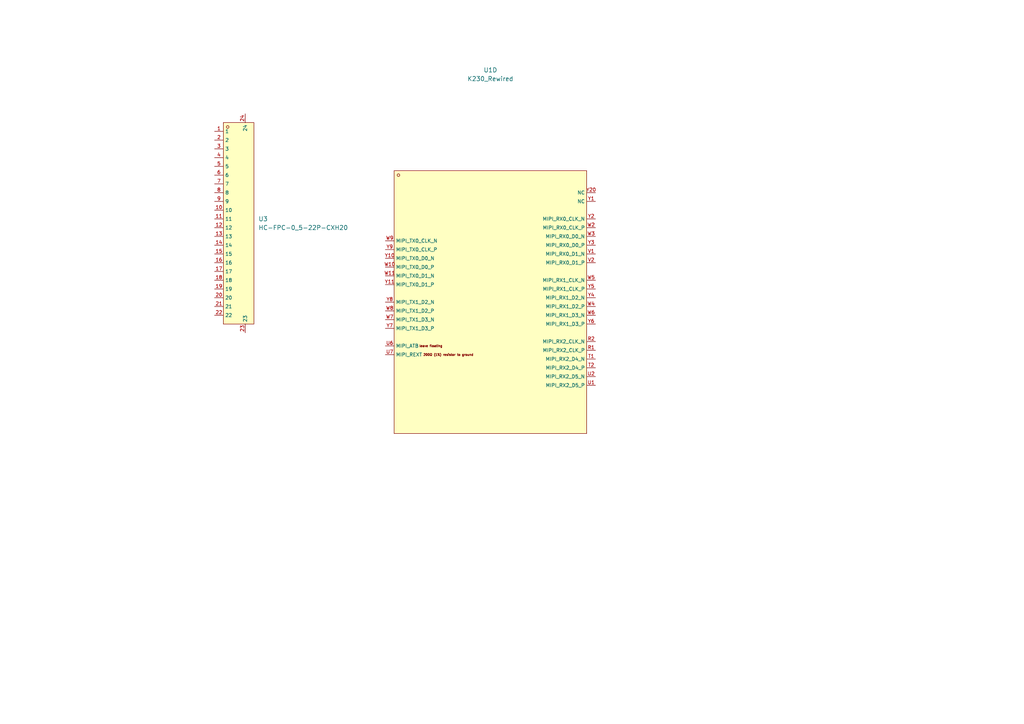
<source format=kicad_sch>
(kicad_sch (version 20250114) (generator "eeschema") (generator_version "9.0")
  (paper "A4")
  (lib_symbols
    (symbol "LCSC:HC-FPC-0_5-22P-CXH20"
      (property "Reference" "U" (at 0 1.27 0))
      (property "Value" "HC-FPC-0_5-22P-CXH20" (at 0 -2.54 0))
      (symbol "HC-FPC-0_5-22P-CXH20_0_1"
        (rectangle (start -2.54 29.2101) (end 6.35 -29.2101) (fill (type background)))
        (circle (center -1.27 27.9401) (radius 0.381) (fill (type background)))
        (pin unspecified line (at -5.08 26.67 0) (length 2.54) (name "1") (number "1"))
        (pin unspecified line (at -5.08 24.13 0) (length 2.54) (name "2") (number "2"))
        (pin unspecified line (at -5.08 21.59 0) (length 2.54) (name "3") (number "3"))
        (pin unspecified line (at -5.08 19.05 0) (length 2.54) (name "4") (number "4"))
        (pin unspecified line (at -5.08 16.51 0) (length 2.54) (name "5") (number "5"))
        (pin unspecified line (at -5.08 13.97 0) (length 2.54) (name "6") (number "6"))
        (pin unspecified line (at -5.08 11.43 0) (length 2.54) (name "7") (number "7"))
        (pin unspecified line (at -5.08 8.89 0) (length 2.54) (name "8") (number "8"))
        (pin unspecified line (at -5.08 6.35 0) (length 2.54) (name "9") (number "9"))
        (pin unspecified line (at -5.08 3.81 0) (length 2.54) (name "10") (number "10"))
        (pin unspecified line (at -5.08 1.27 0) (length 2.54) (name "11") (number "11"))
        (pin unspecified line (at -5.08 -1.27 0) (length 2.54) (name "12") (number "12"))
        (pin unspecified line (at -5.08 -3.81 0) (length 2.54) (name "13") (number "13"))
        (pin unspecified line (at -5.08 -6.35 0) (length 2.54) (name "14") (number "14"))
        (pin unspecified line (at -5.08 -8.89 0) (length 2.54) (name "15") (number "15"))
        (pin unspecified line (at -5.08 -11.43 0) (length 2.54) (name "16") (number "16"))
        (pin unspecified line (at -5.08 -13.97 0) (length 2.54) (name "17") (number "17"))
        (pin unspecified line (at -5.08 -16.51 0) (length 2.54) (name "18") (number "18"))
        (pin unspecified line (at -5.08 -19.05 0) (length 2.54) (name "19") (number "19"))
        (pin unspecified line (at -5.08 -21.59 0) (length 2.54) (name "20") (number "20"))
        (pin unspecified line (at -5.08 -24.13 0) (length 2.54) (name "21") (number "21"))
        (pin unspecified line (at -5.08 -26.67 0) (length 2.54) (name "22") (number "22"))
        (pin unspecified line (at 3.81 31.75 270) (length 2.54) (name "24") (number "24"))
        (pin unspecified line (at 3.81 -31.75 90) (length 2.54) (name "23") (number "23"))
      )
    )
    (symbol "LCSC:K230_Rewired"
      (symbol "K230_Rewired_1_1"
        (rectangle (start -27.9401 63.5001) (end 27.9401 -63.5001) (fill (type background)))
        (circle (center -26.6701 62.2301) (radius 0.381) (fill (type background)))
        (pin unspecified line (at -30.48 59.69 0) (length 2.54) (name "USB0_TXRTUNE") (number "D4"))
        (pin unspecified line (at -30.48 57.15 0) (length 2.54) (name "USB0_VBUS") (number "C3"))
        (pin unspecified line (at -30.48 54.61 0) (length 2.54) (name "USB0_DP") (number "A2"))
        (pin unspecified line (at -30.48 52.07 0) (length 2.54) (name "USB0_DN") (number "B2"))
        (pin unspecified line (at -30.48 49.53 0) (length 2.54) (name "USB0_ID") (number "D3"))
        (pin unspecified line (at -30.48 44.45 0) (length 2.54) (name "USB1_TXRTUNE") (number "C4"))
        (pin unspecified line (at -30.48 41.91 0) (length 2.54) (name "USB1_VBUS") (number "A3"))
        (pin unspecified line (at -30.48 39.37 0) (length 2.54) (name "USB1_DP") (number "B4"))
        (pin unspecified line (at -30.48 36.83 0) (length 2.54) (name "USB1_DN") (number "A4"))
        (pin unspecified line (at -30.48 34.29 0) (length 2.54) (name "USB1_ID") (number "B3"))
        (pin unspecified line (at -30.48 25.4 0) (length 2.54) (name "CLK24M_XIN") (number "B8"))
        (pin unspecified line (at -30.48 22.86 0) (length 2.54) (name "CLK24M_XOUT") (number "A8"))
        (pin unspecified line (at -30.48 17.78 0) (length 2.54) (name "TEST_EN") (number "A9"))
        (pin unspecified line (at -30.48 -7.62 0) (length 2.54) (name "RSTN") (number "B9"))
        (pin unspecified line (at -30.48 -30.48 0) (length 2.54) (name "CLK32K768_XOUT") (number "A12"))
        (pin unspecified line (at -30.48 -33.02 0) (length 2.54) (name "CLK32K768_XIN") (number "B12"))
        (pin unspecified line (at -30.48 -38.1 0) (length 2.54) (name "INT0") (number "C10"))
        (pin unspecified line (at -30.48 -40.64 0) (length 2.54) (name "INT1") (number "B10"))
        (pin unspecified line (at -30.48 -43.18 0) (length 2.54) (name "INT2") (number "A10"))
        (pin unspecified line (at -30.48 -45.72 0) (length 2.54) (name "INT3") (number "A11"))
        (pin unspecified line (at -30.48 -48.26 0) (length 2.54) (name "INT4") (number "C12"))
        (pin unspecified line (at -30.48 -50.8 0) (length 2.54) (name "INT5") (number "D12"))
        (pin unspecified line (at -30.48 -54.61 0) (length 2.54) (name "OUT0") (number "B11"))
        (pin unspecified line (at -30.48 -57.15 0) (length 2.54) (name "OUT1") (number "C11"))
        (pin unspecified line (at 30.48 29.21 180) (length 2.54) (name "HPOUTR") (number "G2"))
        (pin unspecified line (at 30.48 26.67 180) (length 2.54) (name "HPOUTL") (number "G1"))
        (pin unspecified line (at 30.48 20.32 180) (length 2.54) (name "MIC_BIAS") (number "E3"))
        (pin unspecified line (at 30.48 17.78 180) (length 2.54) (name "MICNL") (number "E2"))
        (pin unspecified line (at 30.48 15.24 180) (length 2.54) (name "MICPL") (number "E1"))
        (pin unspecified line (at 30.48 10.16 180) (length 2.54) (name "CODEC_VCM") (number "F3"))
        (pin unspecified line (at 30.48 7.62 180) (length 2.54) (name "MICNR") (number "F2"))
        (pin unspecified line (at 30.48 5.08 180) (length 2.54) (name "MICPR") (number "F1"))
        (pin unspecified line (at 30.48 -17.78 180) (length 2.54) (name "ANA_TS_VTEST") (number "D8"))
        (pin unspecified line (at 30.48 -58.42 180) (length 2.54) (name "NC") (number "A20"))
      )
      (symbol "K230_Rewired_2_1"
        (rectangle (start -26.6701 64.7701) (end 26.6701 -64.7701) (fill (type background)))
        (circle (center -25.4001 63.5001) (radius 0.381) (fill (type background)))
        (pin unspecified line (at -29.21 62.23 0) (length 2.54) (name "GPIO0") (number "C8"))
        (pin unspecified line (at -29.21 59.69 0) (length 2.54) (name "GPIO1") (number "C9"))
        (pin unspecified line (at -29.21 57.15 0) (length 2.54) (name "GPIO2") (number "W15"))
        (pin unspecified line (at -29.21 54.61 0) (length 2.54) (name "GPIO3") (number "V15"))
        (pin unspecified line (at -29.21 52.07 0) (length 2.54) (name "GPIO4") (number "Y15"))
        (pin unspecified line (at -29.21 49.53 0) (length 2.54) (name "GPIO5") (number "U14"))
        (pin unspecified line (at -29.21 46.99 0) (length 2.54) (name "GPIO6") (number "V14"))
        (pin unspecified line (at -29.21 44.45 0) (length 2.54) (name "GPIO7") (number "W14"))
        (pin unspecified line (at -29.21 41.91 0) (length 2.54) (name "GPIO8") (number "U12"))
        (pin unspecified line (at -29.21 39.37 0) (length 2.54) (name "GPIO9") (number "T13"))
        (pin unspecified line (at -29.21 36.83 0) (length 2.54) (name "GPIO10") (number "U13"))
        (pin unspecified line (at -29.21 34.29 0) (length 2.54) (name "GPIO11") (number "Y14"))
        (pin unspecified line (at -29.21 31.75 0) (length 2.54) (name "GPIO12") (number "V13"))
        (pin unspecified line (at -29.21 29.21 0) (length 2.54) (name "GPIO13") (number "T12"))
        (pin unspecified line (at -29.21 -8.89 0) (length 2.54) (name "GPIO26") (number "U11"))
        (pin unspecified line (at -29.21 -11.43 0) (length 2.54) (name "GPIO27") (number "W13"))
        (pin unspecified line (at -29.21 -13.97 0) (length 2.54) (name "GPIO28") (number "V12"))
        (pin unspecified line (at -29.21 -16.51 0) (length 2.54) (name "GPIO29") (number "V11"))
        (pin unspecified line (at -29.21 -19.05 0) (length 2.54) (name "GPIO30") (number "V10"))
        (pin unspecified line (at -29.21 -21.59 0) (length 2.54) (name "GPIO31") (number "V9"))
        (pin unspecified line (at -29.21 -24.13 0) (length 2.54) (name "GPIO32") (number "U10"))
        (pin unspecified line (at -29.21 -26.67 0) (length 2.54) (name "GPIO33") (number "T11"))
        (pin unspecified line (at -29.21 -29.21 0) (length 2.54) (name "GPIO34") (number "U9"))
        (pin unspecified line (at -29.21 -31.75 0) (length 2.54) (name "GPIO35") (number "W12"))
        (pin unspecified line (at -29.21 -34.29 0) (length 2.54) (name "GPIO36") (number "T10"))
        (pin unspecified line (at -29.21 -36.83 0) (length 2.54) (name "GPIO37") (number "Y12"))
        (pin unspecified line (at -29.21 -39.37 0) (length 2.54) (name "GPIO38") (number "J4"))
        (pin unspecified line (at 29.21 62.23 180) (length 2.54) (name "ADC_0") (number "C2"))
        (pin unspecified line (at 29.21 59.69 180) (length 2.54) (name "ADC_1") (number "D2"))
        (pin unspecified line (at 29.21 57.15 180) (length 2.54) (name "ADC_2") (number "B1"))
        (pin unspecified line (at 29.21 54.61 180) (length 2.54) (name "ADC_3") (number "G3"))
        (pin unspecified line (at 29.21 52.07 180) (length 2.54) (name "ADC_4") (number "C1"))
        (pin unspecified line (at 29.21 49.53 180) (length 2.54) (name "ADC_5") (number "D1"))
        (pin unspecified line (at 29.21 44.45 180) (length 2.54) (name "GPIO63") (number "U15"))
        (pin unspecified line (at 29.21 41.91 180) (length 2.54) (name "GPIO62") (number "T14"))
        (pin unspecified line (at 29.21 39.37 180) (length 2.54) (name "GPIO61") (number "P4"))
        (pin unspecified line (at 29.21 36.83 180) (length 2.54) (name "GPIO60") (number "P5"))
        (pin unspecified line (at 29.21 19.05 180) (length 2.54) (name "GPIO53") (number "N4"))
        (pin unspecified line (at 29.21 16.51 180) (length 2.54) (name "GPIO52") (number "M3"))
        (pin unspecified line (at 29.21 13.97 180) (length 2.54) (name "GPIO51") (number "M4"))
        (pin unspecified line (at 29.21 11.43 180) (length 2.54) (name "GPIO50") (number "M5"))
        (pin unspecified line (at 29.21 8.89 180) (length 2.54) (name "GPIO49") (number "G5"))
        (pin unspecified line (at 29.21 6.35 180) (length 2.54) (name "GPIO48") (number "G4"))
        (pin unspecified line (at 29.21 3.81 180) (length 2.54) (name "GPIO47") (number "H5"))
        (pin unspecified line (at 29.21 1.27 180) (length 2.54) (name "GPIO46") (number "H4"))
        (pin unspecified line (at 29.21 -1.27 180) (length 2.54) (name "GPIO45") (number "H3"))
        (pin unspecified line (at 29.21 -3.81 180) (length 2.54) (name "GPIO44") (number "H2"))
        (pin unspecified line (at 29.21 -6.35 180) (length 2.54) (name "GPIO43") (number "J6"))
        (pin unspecified line (at 29.21 -8.89 180) (length 2.54) (name "GPIO42") (number "H1"))
        (pin unspecified line (at 29.21 -11.43 180) (length 2.54) (name "GPIO41") (number "J1"))
        (pin unspecified line (at 29.21 -13.97 180) (length 2.54) (name "GPIO40") (number "J2"))
        (pin unspecified line (at 29.21 -16.51 180) (length 2.54) (name "GPIO39") (number "J3"))
      )
      (symbol "K230_Rewired_3_1"
        (rectangle (start -27.9401 31.75) (end 27.9401 -19.05) (fill (type background)))
        (circle (center -26.67 30.48) (radius 0.381) (fill (type background)))
        (pin unspecified line (at -30.48 11.43 0) (length 2.54) (name "QSPI_CS") (number "J5"))
        (pin unspecified line (at -30.48 8.89 0) (length 2.54) (name "QSPI_CLK") (number "K1"))
        (pin unspecified line (at -30.48 6.35 0) (length 2.54) (name "QSPI_D0") (number "K2"))
        (pin unspecified line (at -30.48 3.81 0) (length 2.54) (name "QSPI_D1") (number "K4"))
        (pin unspecified line (at -30.48 1.27 0) (length 2.54) (name "QSPI_D2") (number "K5"))
        (pin unspecified line (at -30.48 -1.27 0) (length 2.54) (name "QSPI_D3") (number "L1"))
        (pin unspecified line (at -30.48 -3.81 0) (length 2.54) (name "OSPI_D4") (number "L2"))
        (pin unspecified line (at -30.48 -6.35 0) (length 2.54) (name "OSPI_D5") (number "L3"))
        (pin unspecified line (at -30.48 -8.89 0) (length 2.54) (name "OSPI_D6") (number "L4"))
        (pin unspecified line (at -30.48 -11.43 0) (length 2.54) (name "OSPI_D7") (number "L5"))
        (pin unspecified line (at -30.48 -13.97 0) (length 2.54) (name "OSPI_DQS") (number "L6"))
        (pin unspecified line (at -30.48 -16.51 0) (length 2.54) (name "GPIO25") (number "M1"))
        (pin unspecified line (at 30.48 29.21 180) (length 2.54) (name "SDIO_CMD") (number "M2"))
        (pin unspecified line (at 30.48 26.67 180) (length 2.54) (name "SDIO_CLK") (number "N2"))
        (pin unspecified line (at 30.48 24.13 180) (length 2.54) (name "SDIO_D0") (number "P3"))
        (pin unspecified line (at 30.48 21.59 180) (length 2.54) (name "SDIO_D1") (number "N1"))
        (pin unspecified line (at 30.48 19.05 180) (length 2.54) (name "SDIO_D2") (number "P1"))
        (pin unspecified line (at 30.48 16.51 180) (length 2.54) (name "SDIO_D3") (number "P2"))
        (pin unspecified line (at 30.48 11.43 180) (length 2.54) (name "MMC0_STROBE") (number "B6"))
        (pin unspecified line (at 30.48 8.89 180) (length 2.54) (name "MMC0_RST_N") (number "A6"))
        (pin unspecified line (at 30.48 6.35 180) (length 2.54) (name "MMC0_CMD") (number "D6"))
        (pin unspecified line (at 30.48 3.81 180) (length 2.54) (name "MMC0_CLK") (number "A5"))
        (pin unspecified line (at 30.48 1.27 180) (length 2.54) (name "MMC0_D0") (number "D5"))
        (pin unspecified line (at 30.48 -1.27 180) (length 2.54) (name "MMC0_D1") (number "C5"))
        (pin unspecified line (at 30.48 -3.81 180) (length 2.54) (name "MMC0_D2") (number "B5"))
        (pin unspecified line (at 30.48 -6.35 180) (length 2.54) (name "MMC0_D3") (number "C6"))
        (pin unspecified line (at 30.48 -8.89 180) (length 2.54) (name "MMC0_D4") (number "D7"))
        (pin unspecified line (at 30.48 -11.43 180) (length 2.54) (name "MMC0_D5") (number "A7"))
        (pin unspecified line (at 30.48 -13.97 180) (length 2.54) (name "MMC0_D6") (number "B7"))
        (pin unspecified line (at 30.48 -16.51 180) (length 2.54) (name "MMC0_D7") (number "C7"))
      )
      (symbol "K230_Rewired_4_1"
        (rectangle (start -27.9401 38.1) (end 27.9401 -38.1) (fill (type background)))
        (circle (center -26.6701 36.8301) (radius 0.381) (fill (type background)))
        (text "leave floating\n" (at -17.272 -12.7 0) (effects (font (size 0.635 0.635))))
        (text "200Ω (1%) resistor to ground" (at -12.192 -15.24 0) (effects (font (size 0.635 0.635))))
        (pin unspecified line (at -30.48 17.78 0) (length 2.54) (name "MIPI_TX0_CLK_N") (number "W9"))
        (pin unspecified line (at -30.48 15.24 0) (length 2.54) (name "MIPI_TX0_CLK_P") (number "Y9"))
        (pin unspecified line (at -30.48 12.7 0) (length 2.54) (name "MIPI_TX0_D0_N") (number "Y10"))
        (pin unspecified line (at -30.48 10.16 0) (length 2.54) (name "MIPI_TX0_D0_P") (number "W10"))
        (pin unspecified line (at -30.48 7.62 0) (length 2.54) (name "MIPI_TX0_D1_N") (number "W11"))
        (pin unspecified line (at -30.48 5.08 0) (length 2.54) (name "MIPI_TX0_D1_P") (number "Y11"))
        (pin unspecified line (at -30.48 0 0) (length 2.54) (name "MIPI_TX1_D2_N") (number "Y8"))
        (pin unspecified line (at -30.48 -2.54 0) (length 2.54) (name "MIPI_TX1_D2_P") (number "W8"))
        (pin unspecified line (at -30.48 -5.08 0) (length 2.54) (name "MIPI_TX1_D3_N") (number "W7"))
        (pin unspecified line (at -30.48 -7.62 0) (length 2.54) (name "MIPI_TX1_D3_P") (number "Y7"))
        (pin unspecified line (at -30.48 -12.7 0) (length 2.54) (name "MIPI_ATB") (number "U6"))
        (pin unspecified line (at -30.48 -15.24 0) (length 2.54) (name "MIPI_REXT") (number "U7"))
        (pin unspecified line (at 30.48 31.75 180) (length 2.54) (name "NC") (number "Y20"))
        (pin unspecified line (at 30.48 29.21 180) (length 2.54) (name "NC") (number "Y1"))
        (pin unspecified line (at 30.48 24.13 180) (length 2.54) (name "MIPI_RX0_CLK_N") (number "Y2"))
        (pin unspecified line (at 30.48 21.59 180) (length 2.54) (name "MIPI_RX0_CLK_P") (number "W2"))
        (pin unspecified line (at 30.48 19.05 180) (length 2.54) (name "MIPI_RX0_D0_N") (number "W3"))
        (pin unspecified line (at 30.48 16.51 180) (length 2.54) (name "MIPI_RX0_D0_P") (number "Y3"))
        (pin unspecified line (at 30.48 13.97 180) (length 2.54) (name "MIPI_RX0_D1_N") (number "V1"))
        (pin unspecified line (at 30.48 11.43 180) (length 2.54) (name "MIPI_RX0_D1_P") (number "V2"))
        (pin unspecified line (at 30.48 6.35 180) (length 2.54) (name "MIPI_RX1_CLK_N") (number "W5"))
        (pin unspecified line (at 30.48 3.81 180) (length 2.54) (name "MIPI_RX1_CLK_P") (number "Y5"))
        (pin unspecified line (at 30.48 1.27 180) (length 2.54) (name "MIPI_RX1_D2_N") (number "Y4"))
        (pin unspecified line (at 30.48 -1.27 180) (length 2.54) (name "MIPI_RX1_D2_P") (number "W4"))
        (pin unspecified line (at 30.48 -3.81 180) (length 2.54) (name "MIPI_RX1_D3_N") (number "W6"))
        (pin unspecified line (at 30.48 -6.35 180) (length 2.54) (name "MIPI_RX1_D3_P") (number "Y6"))
        (pin unspecified line (at 30.48 -11.43 180) (length 2.54) (name "MIPI_RX2_CLK_N") (number "R2"))
        (pin unspecified line (at 30.48 -13.97 180) (length 2.54) (name "MIPI_RX2_CLK_P") (number "R1"))
        (pin unspecified line (at 30.48 -16.51 180) (length 2.54) (name "MIPI_RX2_D4_N") (number "T1"))
        (pin unspecified line (at 30.48 -19.05 180) (length 2.54) (name "MIPI_RX2_D4_P") (number "T2"))
        (pin unspecified line (at 30.48 -21.59 180) (length 2.54) (name "MIPI_RX2_D5_N") (number "U2"))
        (pin unspecified line (at 30.48 -24.13 180) (length 2.54) (name "MIPI_RX2_D5_P") (number "U1"))
      )
      (symbol "K230_Rewired_5_1"
        (rectangle (start -27.9401 63.5001) (end 27.9401 -63.5001) (fill (type background)))
        (pin unspecified line (at -30.48 57.15 0) (length 2.54) (name "DDR_ZN") (number "K19"))
        (pin unspecified line (at -30.48 52.07 0) (length 2.54) (name "DDR_CKE1_CKEA1") (number "P18"))
        (pin unspecified line (at -30.48 49.53 0) (length 2.54) (name "DDR_CKE0_CKEA0") (number "N17"))
        (pin unspecified line (at -30.48 46.99 0) (length 2.54) (name "DDR_CKP_CKAP") (number "R19"))
        (pin unspecified line (at -30.48 44.45 0) (length 2.54) (name "DDR_CKN_CKAN") (number "R20"))
        (pin unspecified line (at -30.48 41.91 0) (length 2.54) (name "DDR_DQS3N_DQSA0N") (number "Y17"))
        (pin unspecified line (at -30.48 39.37 0) (length 2.54) (name "DDR_DQS3P_DQSA0P") (number "W17"))
        (pin unspecified line (at -30.48 36.83 0) (length 2.54) (name "DDR_DQS2N_DQSB1N") (number "A15"))
        (pin unspecified line (at -30.48 34.29 0) (length 2.54) (name "DDR_DQS2P_DQSB1P") (number "B15"))
        (pin unspecified line (at -30.48 31.75 0) (length 2.54) (name "DDR_DQS1N_DQSA1N") (number "V19"))
        (pin unspecified line (at -30.48 29.21 0) (length 2.54) (name "DDR_DQS1P_DQSA1P") (number "V20"))
        (pin unspecified line (at -30.48 26.67 0) (length 2.54) (name "DDR_DQS0N_DQSB0N") (number "A18"))
        (pin unspecified line (at -30.48 24.13 0) (length 2.54) (name "DDR_DQS0P_DQSB0P") (number "B18"))
        (pin unspecified line (at -30.48 19.05 0) (length 2.54) (name "DDR_DQ31_DQA0") (number "U16"))
        (pin unspecified line (at -30.48 16.51 0) (length 2.54) (name "DDR_DQ30_DQA1") (number "T16"))
        (pin unspecified line (at -30.48 13.97 0) (length 2.54) (name "DDR_DQ29_DQA7") (number "U17"))
        (pin unspecified line (at -30.48 11.43 0) (length 2.54) (name "DDR_DQ28_DQA6") (number "Y18"))
        (pin unspecified line (at -30.48 8.89 0) (length 2.54) (name "DDR_DQ27_DQA3") (number "Y16"))
        (pin unspecified line (at -30.48 6.35 0) (length 2.54) (name "DDR_DQ26_DQA2") (number "V16"))
        (pin unspecified line (at -30.48 3.81 0) (length 2.54) (name "DDR_DQ25_DQA5") (number "V18"))
        (pin unspecified line (at -30.48 1.27 0) (length 2.54) (name "DDR_DQ24_DQA4") (number "W18"))
        (pin unspecified line (at -30.48 -1.27 0) (length 2.54) (name "DDR_DQ23_DQB15") (number "B16"))
        (pin unspecified line (at -30.48 -3.81 0) (length 2.54) (name "DDR_DQ22_DQB12") (number "B17"))
        (pin unspecified line (at -30.48 -6.35 0) (length 2.54) (name "DDR_DQ21_DQB9") (number "A14"))
        (pin unspecified line (at -30.48 -8.89 0) (length 2.54) (name "DDR_DQ20_DQB8") (number "D14"))
        (pin unspecified line (at -30.48 -11.43 0) (length 2.54) (name "DDR_DQ19_DQB14") (number "A17"))
        (pin unspecified line (at -30.48 -13.97 0) (length 2.54) (name "DDR_DQ18_DQB13") (number "C16"))
        (pin unspecified line (at -30.48 -16.51 0) (length 2.54) (name "DDR_DQ17_DQB10") (number "B14"))
        (pin unspecified line (at -30.48 -19.05 0) (length 2.54) (name "DDR_DQ16_DQB11") (number "C14"))
        (pin unspecified line (at -30.48 -21.59 0) (length 2.54) (name "DDR_DQ15_DQA15") (number "T17"))
        (pin unspecified line (at -30.48 -24.13 0) (length 2.54) (name "DDR_DQ14_DQA13") (number "U18"))
        (pin unspecified line (at -30.48 -26.67 0) (length 2.54) (name "DDR_DQ13_DQA11") (number "U20"))
        (pin unspecified line (at -30.48 -29.21 0) (length 2.54) (name "DDR_DQ12_DQA9") (number "T18"))
        (pin unspecified line (at -30.48 -31.75 0) (length 2.54) (name "DDR_DQ11_DQA12") (number "W19"))
        (pin unspecified line (at -30.48 -34.29 0) (length 2.54) (name "DDR_DQ10_DQA8") (number "R17"))
        (pin unspecified line (at -30.48 -36.83 0) (length 2.54) (name "DDR_DQ9_DQA14") (number "P16"))
        (pin unspecified line (at -30.48 -39.37 0) (length 2.54) (name "DDR_DQ8_DQA10") (number "R18"))
        (pin unspecified line (at -30.48 -41.91 0) (length 2.54) (name "DDR_DQ7_DQB6") (number "C19"))
        (pin unspecified line (at -30.48 -44.45 0) (length 2.54) (name "DDR_DQ6_DQB7") (number "B19"))
        (pin unspecified line (at -30.48 -46.99 0) (length 2.54) (name "DDR_DQ5_DQB3") (number "E17"))
        (pin unspecified line (at -30.48 -49.53 0) (length 2.54) (name "DDR_DQ4_DQB2") (number "E18"))
        (pin unspecified line (at -30.48 -52.07 0) (length 2.54) (name "DDR_DQ3_DQB5") (number "C18"))
        (pin unspecified line (at -30.48 -54.61 0) (length 2.54) (name "DDR_DQ2_DQB0") (number "D17"))
        (pin unspecified line (at -30.48 -57.15 0) (length 2.54) (name "DDR_DQ1_DQB1") (number "D16"))
        (pin unspecified line (at -30.48 -59.69 0) (length 2.54) (name "DDR_DQ0_DQB4") (number "C17"))
        (pin unspecified line (at 30.48 52.07 180) (length 2.54) (name "DDR_NC_CAB0") (number "E20"))
        (pin unspecified line (at 30.48 49.53 180) (length 2.54) (name "DDR_NC_CKBP") (number "G20"))
        (pin unspecified line (at 30.48 46.99 180) (length 2.54) (name "DDR_NC_CAB1") (number "G19"))
        (pin unspecified line (at 30.48 44.45 180) (length 2.54) (name "DDR_NC_CAB2") (number "G18"))
        (pin unspecified line (at 30.48 41.91 180) (length 2.54) (name "DDR_NC_NC") (number "G17"))
        (pin unspecified line (at 30.48 39.37 180) (length 2.54) (name "DDR_NC_CKBN") (number "F20"))
        (pin unspecified line (at 30.48 36.83 180) (length 2.54) (name "DDR_NC_CAB5") (number "F19"))
        (pin unspecified line (at 30.48 34.29 180) (length 2.54) (name "DDR_NC_NC") (number "F18"))
        (pin unspecified line (at 30.48 31.75 180) (length 2.54) (name "DDR_NC_CAB4") (number "F17"))
        (pin unspecified line (at 30.48 29.21 180) (length 2.54) (name "DDR_NC_NC") (number "H19"))
        (pin unspecified line (at 30.48 26.67 180) (length 2.54) (name "DDR_NC_NC") (number "H18"))
        (pin unspecified line (at 30.48 24.13 180) (length 2.54) (name "DDR_NC_CAB3") (number "H17"))
        (pin unspecified line (at 30.48 21.59 180) (length 2.54) (name "DDR_NC_NC") (number "D20"))
        (pin unspecified line (at 30.48 19.05 180) (length 2.54) (name "DDR_NC_NC") (number "D19"))
        (pin unspecified line (at 30.48 16.51 180) (length 2.54) (name "DDR_NC_CSB0") (number "J20"))
        (pin unspecified line (at 30.48 13.97 180) (length 2.54) (name "DDR_NC_CSB1") (number "J19"))
        (pin unspecified line (at 30.48 11.43 180) (length 2.54) (name "DDR_NC_CKEB0") (number "J18"))
        (pin unspecified line (at 30.48 8.89 180) (length 2.54) (name "DDR_NC_CKEB1") (number "J17"))
        (pin unspecified line (at 30.48 6.35 180) (length 2.54) (name "DDR_NC_NC") (number "M17"))
        (pin unspecified line (at 30.48 3.81 180) (length 2.54) (name "DDR_NC_NC") (number "C20"))
        (pin unspecified line (at 30.48 1.27 180) (length 2.54) (name "DDR_NC_NC") (number "N18"))
        (pin unspecified line (at 30.48 -5.08 180) (length 2.54) (name "DDR_CA9_CAA5") (number "P19"))
        (pin unspecified line (at 30.48 -7.62 180) (length 2.54) (name "DDR_CA8_CAA4") (number "M18"))
        (pin unspecified line (at 30.48 -10.16 180) (length 2.54) (name "DDR_CA7_CAA3") (number "N20"))
        (pin unspecified line (at 30.48 -12.7 180) (length 2.54) (name "DDR_CA6_CAA2") (number "N19"))
        (pin unspecified line (at 30.48 -15.24 180) (length 2.54) (name "DDR_CA5_CAA1") (number "L16"))
        (pin unspecified line (at 30.48 -17.78 180) (length 2.54) (name "DDR_CA4_CAA0") (number "M19"))
        (pin unspecified line (at 30.48 -20.32 180) (length 2.54) (name "DDR_CA3_NC") (number "L17"))
        (pin unspecified line (at 30.48 -22.86 180) (length 2.54) (name "DDR_CA2_NA") (number "M20"))
        (pin unspecified line (at 30.48 -25.4 180) (length 2.54) (name "DDR_CA1_NC") (number "L20"))
        (pin unspecified line (at 30.48 -27.94 180) (length 2.54) (name "DDR_CA0_NC") (number "K20"))
        (pin unspecified line (at 30.48 -33.02 180) (length 2.54) (name "DDR_DM0_DMIB0") (number "D18"))
        (pin unspecified line (at 30.48 -35.56 180) (length 2.54) (name "DDR_DM1_DMIA1") (number "P17"))
        (pin unspecified line (at 30.48 -38.1 180) (length 2.54) (name "DDR_DM2_DMIB1") (number "C15"))
        (pin unspecified line (at 30.48 -40.64 180) (length 2.54) (name "DDR_DM3_DMIA0") (number "V17"))
        (pin unspecified line (at 30.48 -44.45 180) (length 2.54) (name "DDR_CS1_CSA1") (number "T19"))
        (pin unspecified line (at 30.48 -46.99 180) (length 2.54) (name "DDR_CS0_CSA0") (number "T20"))
        (pin unspecified line (at 30.48 -52.07 180) (length 2.54) (name "DDR_ODT_NC") (number "L18"))
        (pin unspecified line (at 30.48 -57.15 180) (length 2.54) (name "DDR_RESET") (number "J16"))
        (pin unspecified line (at 30.48 -60.96 180) (length 2.54) (name "DDR_VREF") (number "K17"))
      )
      (symbol "K230_Rewired_6_1"
        (rectangle (start -27.9401 63.5001) (end 27.9401 -63.5001) (fill (type background)))
        (pin unspecified line (at -30.48 62.23 0) (length 2.54) (name "AVSS") (number "F11"))
        (pin unspecified line (at -30.48 59.69 0) (length 2.54) (name "AVSS") (number "G7"))
        (pin unspecified line (at -30.48 57.15 0) (length 2.54) (name "AVSS") (number "G8"))
        (pin unspecified line (at -30.48 52.07 0) (length 2.54) (name "VSS") (number "T7"))
        (pin unspecified line (at -30.48 49.53 0) (length 2.54) (name "VSS") (number "F6"))
        (pin unspecified line (at -30.48 46.99 0) (length 2.54) (name "VSS") (number "T8"))
        (pin unspecified line (at -30.48 44.45 0) (length 2.54) (name "VSS") (number "T9"))
        (pin unspecified line (at -30.48 41.91 0) (length 2.54) (name "VSS") (number "L7"))
        (pin unspecified line (at -30.48 39.37 0) (length 2.54) (name "VSS") (number "L8"))
        (pin unspecified line (at -30.48 36.83 0) (length 2.54) (name "VSS") (number "L10"))
        (pin unspecified line (at -30.48 34.29 0) (length 2.54) (name "VSS") (number "L12"))
        (pin unspecified line (at -30.48 31.75 0) (length 2.54) (name "VSS") (number "A13"))
        (pin unspecified line (at -30.48 29.21 0) (length 2.54) (name "VSS") (number "T15"))
        (pin unspecified line (at -30.48 26.67 0) (length 2.54) (name "VSS") (number "A16"))
        (pin unspecified line (at -30.48 26.67 0) (length 2.54) (name "VSS") (number "L15"))
        (pin unspecified line (at -30.48 24.13 0) (length 2.54) (name "VSS") (number "F16"))
        (pin unspecified line (at -30.48 21.59 0) (length 2.54) (name "VSS") (number "A19"))
        (pin unspecified line (at -30.48 19.05 0) (length 2.54) (name "VSS") (number "L19"))
        (pin unspecified line (at -30.48 16.51 0) (length 2.54) (name "VSS") (number "U3"))
        (pin unspecified line (at -30.48 13.97 0) (length 2.54) (name "VSS") (number "U8"))
        (pin unspecified line (at -30.48 11.43 0) (length 2.54) (name "VSS") (number "G6"))
        (pin unspecified line (at -30.48 8.89 0) (length 2.54) (name "VSS") (number "M6"))
        (pin unspecified line (at -30.48 6.35 0) (length 2.54) (name "VSS") (number "M8"))
        (pin unspecified line (at -30.48 3.81 0) (length 2.54) (name "VSS") (number "M10"))
        (pin unspecified line (at -30.48 1.27 0) (length 2.54) (name "VSS") (number "G13"))
        (pin unspecified line (at -30.48 -1.27 0) (length 2.54) (name "VSS") (number "F4"))
        (pin unspecified line (at -30.48 -3.81 0) (length 2.54) (name "VSS") (number "T3"))
        (pin unspecified line (at -30.48 -6.35 0) (length 2.54) (name "VSS") (number "G14"))
        (pin unspecified line (at -30.48 -8.89 0) (length 2.54) (name "VSS") (number "G15"))
        (pin unspecified line (at -30.48 -11.43 0) (length 2.54) (name "VSS") (number "U19"))
        (pin unspecified line (at -30.48 -13.97 0) (length 2.54) (name "VSS") (number "G16"))
        (pin unspecified line (at -30.48 -16.51 0) (length 2.54) (name "VSS") (number "M15"))
        (pin unspecified line (at -30.48 -19.05 0) (length 2.54) (name "VSS") (number "M16"))
        (pin unspecified line (at -30.48 -21.59 0) (length 2.54) (name "VSS") (number "V3"))
        (pin unspecified line (at -30.48 -24.13 0) (length 2.54) (name "VSS") (number "B20"))
        (pin unspecified line (at -30.48 -26.67 0) (length 2.54) (name "VSS") (number "V4"))
        (pin unspecified line (at -30.48 -29.21 0) (length 2.54) (name "VSS") (number "V5"))
        (pin unspecified line (at -30.48 -31.75 0) (length 2.54) (name "VSS") (number "V6"))
        (pin unspecified line (at -30.48 -34.29 0) (length 2.54) (name "VSS") (number "V7"))
        (pin unspecified line (at -30.48 -36.83 0) (length 2.54) (name "VSS") (number "N3"))
        (pin unspecified line (at -30.48 -39.37 0) (length 2.54) (name "VSS") (number "V8"))
        (pin unspecified line (at -30.48 -41.91 0) (length 2.54) (name "VSS") (number "N5"))
        (pin unspecified line (at -30.48 -44.45 0) (length 2.54) (name "VSS") (number "H7"))
        (pin unspecified line (at -30.48 -46.99 0) (length 2.54) (name "VSS") (number "N8"))
        (pin unspecified line (at -30.48 -49.53 0) (length 2.54) (name "VSS") (number "H11"))
        (pin unspecified line (at -30.48 -52.07 0) (length 2.54) (name "VSS") (number "Y13"))
        (pin unspecified line (at -30.48 -54.61 0) (length 2.54) (name "VSS") (number "K12"))
        (pin unspecified line (at -30.48 -57.15 0) (length 2.54) (name "VSS") (number "K14"))
        (pin unspecified line (at -30.48 -59.69 0) (length 2.54) (name "VSS") (number "K16"))
        (pin unspecified line (at -30.48 -62.23 0) (length 2.54) (name "VSS") (number "F10"))
        (pin unspecified line (at 30.48 62.23 180) (length 2.54) (name "VSS") (number "B13"))
        (pin unspecified line (at 30.48 59.69 180) (length 2.54) (name "VSS") (number "E19"))
        (pin unspecified line (at 30.48 57.15 180) (length 2.54) (name "VSS") (number "Y19"))
        (pin unspecified line (at 30.48 54.61 180) (length 2.54) (name "VSS") (number "K18"))
        (pin unspecified line (at 30.48 52.07 180) (length 2.54) (name "VSS") (number "E16"))
        (pin unspecified line (at 30.48 52.07 180) (length 2.54) (name "VSS") (number "R16"))
        (pin unspecified line (at 30.48 49.53 180) (length 2.54) (name "VSS") (number "E15"))
        (pin unspecified line (at 30.48 46.99 180) (length 2.54) (name "VSS") (number "E14"))
        (pin unspecified line (at 30.48 46.99 180) (length 2.54) (name "VSS") (number "R14"))
        (pin unspecified line (at 30.48 44.45 180) (length 2.54) (name "VSS") (number "E13"))
        (pin unspecified line (at 30.48 41.91 180) (length 2.54) (name "VSS") (number "E12"))
        (pin unspecified line (at 30.48 41.91 180) (length 2.54) (name "VSS") (number "R12"))
        (pin unspecified line (at 30.48 39.37 180) (length 2.54) (name "VSS") (number "R10"))
        (pin unspecified line (at 30.48 36.83 180) (length 2.54) (name "VSS") (number "K10"))
        (pin unspecified line (at 30.48 34.29 180) (length 2.54) (name "VSS") (number "E8"))
        (pin unspecified line (at 30.48 31.75 180) (length 2.54) (name "VSS") (number "K8"))
        (pin unspecified line (at 30.48 29.21 180) (length 2.54) (name "VSS") (number "R7"))
        (pin unspecified line (at 30.48 26.67 180) (length 2.54) (name "VSS") (number "E7"))
        (pin unspecified line (at 30.48 24.13 180) (length 2.54) (name "VSS") (number "R6"))
        (pin unspecified line (at 30.48 21.59 180) (length 2.54) (name "VSS") (number "E6"))
        (pin unspecified line (at 30.48 19.05 180) (length 2.54) (name "VSS") (number "K6"))
        (pin unspecified line (at 30.48 16.51 180) (length 2.54) (name "VSS") (number "R3"))
        (pin unspecified line (at 30.48 13.97 180) (length 2.54) (name "VSS") (number "E4"))
        (pin unspecified line (at 30.48 11.43 180) (length 2.54) (name "VSS") (number "K3"))
        (pin unspecified line (at 30.48 8.89 180) (length 2.54) (name "VSS") (number "P20"))
        (pin unspecified line (at 30.48 6.35 180) (length 2.54) (name "VSS") (number "W20"))
        (pin unspecified line (at 30.48 3.81 180) (length 2.54) (name "VSS") (number "P15"))
        (pin unspecified line (at 30.48 1.27 180) (length 2.54) (name "VSS") (number "P14"))
        (pin unspecified line (at 30.48 -1.27 180) (length 2.54) (name "VSS") (number "D15"))
        (pin unspecified line (at 30.48 -3.81 180) (length 2.54) (name "VSS") (number "W16"))
        (pin unspecified line (at 30.48 -6.35 180) (length 2.54) (name "VSS") (number "J15"))
        (pin unspecified line (at 30.48 -8.89 180) (length 2.54) (name "VSS") (number "P12"))
        (pin unspecified line (at 30.48 -11.43 180) (length 2.54) (name "VSS") (number "D13"))
        (pin unspecified line (at 30.48 -13.97 180) (length 2.54) (name "VSS") (number "J13"))
        (pin unspecified line (at 30.48 -16.51 180) (length 2.54) (name "VSS") (number "P10"))
        (pin unspecified line (at 30.48 -19.05 180) (length 2.54) (name "VSS") (number "D11"))
        (pin unspecified line (at 30.48 -21.59 180) (length 2.54) (name "VSS") (number "D10"))
        (pin unspecified line (at 30.48 -24.13 180) (length 2.54) (name "VSS") (number "J11"))
        (pin unspecified line (at 30.48 -26.67 180) (length 2.54) (name "VSS") (number "P8"))
        (pin unspecified line (at 30.48 -29.21 180) (length 2.54) (name "VSS") (number "D9"))
        (pin unspecified line (at 30.48 -31.75 180) (length 2.54) (name "VSS") (number "P7"))
        (pin unspecified line (at 30.48 -34.29 180) (length 2.54) (name "VSS") (number "P6"))
        (pin unspecified line (at 30.48 -36.83 180) (length 2.54) (name "VSS") (number "J7"))
        (pin unspecified line (at 30.48 -39.37 180) (length 2.54) (name "VSS") (number "H20"))
        (pin unspecified line (at 30.48 -41.91 180) (length 2.54) (name "VSS") (number "W1"))
        (pin unspecified line (at 30.48 -44.45 180) (length 2.54) (name "VSS") (number "N16"))
        (pin unspecified line (at 30.48 -46.99 180) (length 2.54) (name "VSS") (number "N15"))
        (pin unspecified line (at 30.48 -49.53 180) (length 2.54) (name "VSS") (number "H16"))
        (pin unspecified line (at 30.48 -52.07 180) (length 2.54) (name "VSS") (number "H15"))
        (pin unspecified line (at 30.48 -54.61 180) (length 2.54) (name "VSS") (number "C13"))
        (pin unspecified line (at 30.48 -54.61 180) (length 2.54) (name "VSS") (number "N12"))
        (pin unspecified line (at 30.48 -57.15 180) (length 2.54) (name "VSS") (number "H13"))
        (pin unspecified line (at 30.48 -59.69 180) (length 2.54) (name "VSS") (number "N10"))
        (pin unspecified line (at 30.48 -62.23 180) (length 2.54) (name "VSS") (number "M12"))
      )
      (symbol "K230_Rewired_7_1"
        (rectangle (start -27.9401 50.8) (end 27.9401 -50.8) (fill (type background)))
        (pin unspecified line (at -30.48 41.91 0) (length 2.54) (name "AVDD1P8_MIPI") (number "N7"))
        (pin unspecified line (at -30.48 39.37 0) (length 2.54) (name "AVDD1P8_MIPI") (number "R9"))
        (pin unspecified line (at -30.48 34.29 0) (length 2.54) (name "AVDD1P8_CODEC") (number "F7"))
        (pin unspecified line (at -30.48 31.75 0) (length 2.54) (name "AVDD1P8_USB") (number "F9"))
        (pin unspecified line (at -30.48 26.67 0) (length 2.54) (name "AVDD1P8_ADC") (number "F8"))
        (pin unspecified line (at -30.48 21.59 0) (length 2.54) (name "VDD1P8") (number "E11"))
        (pin unspecified line (at -30.48 19.05 0) (length 2.54) (name "VDD1P8") (number "F13"))
        (pin unspecified line (at -30.48 13.97 0) (length 2.54) (name "AVDD1P8_LDO") (number "F14"))
        (pin unspecified line (at -30.48 11.43 0) (length 2.54) (name "AVDD1P8_RTC") (number "F15"))
        (pin unspecified line (at -30.48 8.89 0) (length 2.54) (name "AVDD0P8_PLL") (number "G11"))
        (pin unspecified line (at -30.48 3.81 0) (length 2.54) (name "VDD1P1_DDR_IO") (number "H14"))
        (pin unspecified line (at -30.48 1.27 0) (length 2.54) (name "VDD1P1_DDR_IO") (number "J14"))
        (pin unspecified line (at -30.48 -1.27 0) (length 2.54) (name "VDD1P1_DDR_IO") (number "N14"))
        (pin unspecified line (at -30.48 -3.81 0) (length 2.54) (name "VDD1P1_DDR_IO") (number "M14"))
        (pin unspecified line (at -30.48 -6.35 0) (length 2.54) (name "VDD1P1_DDR_IO") (number "L14"))
        (pin unspecified line (at -30.48 -8.89 0) (length 2.54) (name "VDDIO3P3_5") (number "R15"))
        (pin unspecified line (at -30.48 -11.43 0) (length 2.54) (name "VDDIO3P3_4") (number "M7"))
        (pin unspecified line (at -30.48 -13.97 0) (length 2.54) (name "VDDIO3P3_3") (number "H6"))
        (pin unspecified line (at -30.48 -19.05 0) (length 2.54) (name "VDDIO3P3_2") (number "R11"))
        (pin unspecified line (at -30.48 -21.59 0) (length 2.54) (name "VDDIO3P3_1") (number "K7"))
        (pin unspecified line (at -30.48 -24.13 0) (length 2.54) (name "VDDIO3P3_0") (number "R13"))
        (pin unspecified line (at -30.48 -29.21 0) (length 2.54) (name "AVDD3P3_USB") (number "E9"))
        (pin unspecified line (at -30.48 -34.29 0) (length 2.54) (name "VDD3P3_SD") (number "E10"))
        (pin unspecified line (at -30.48 -39.37 0) (length 2.54) (name "VAA_DDR") (number "K15"))
        (pin unspecified line (at 30.48 41.91 180) (length 2.54) (name "VDD0P8_CORE") (number "K9"))
        (pin unspecified line (at 30.48 39.37 180) (length 2.54) (name "VDD0P8_CORE") (number "K11"))
        (pin unspecified line (at 30.48 36.83 180) (length 2.54) (name "VDD0P8_CORE") (number "P13"))
        (pin unspecified line (at 30.48 34.29 180) (length 2.54) (name "VDD0P8_CORE") (number "P11"))
        (pin unspecified line (at 30.48 31.75 180) (length 2.54) (name "VDD0P8_CORE") (number "P9"))
        (pin unspecified line (at 30.48 29.21 180) (length 2.54) (name "VDD0P8_CORE") (number "N9"))
        (pin unspecified line (at 30.48 26.67 180) (length 2.54) (name "VDD0P8_CORE") (number "M9"))
        (pin unspecified line (at 30.48 24.13 180) (length 2.54) (name "VDD0P8_CORE") (number "G10"))
        (pin unspecified line (at 30.48 21.59 180) (length 2.54) (name "VDD0P8_CORE") (number "G9"))
        (pin unspecified line (at 30.48 19.05 180) (length 2.54) (name "VDD0P8_CORE") (number "L11"))
        (pin unspecified line (at 30.48 16.51 180) (length 2.54) (name "VDD0P8_CORE") (number "F12"))
        (pin unspecified line (at 30.48 13.97 180) (length 2.54) (name "VDD0P8_CORE") (number "L9"))
        (pin unspecified line (at 30.48 11.43 180) (length 2.54) (name "VDD0P8_CORE") (number "M11"))
        (pin unspecified line (at 30.48 8.89 180) (length 2.54) (name "VDD0P8_CORE") (number "N11"))
        (pin unspecified line (at 30.48 3.81 180) (length 2.54) (name "VDD0P8_CPU") (number "H12"))
        (pin unspecified line (at 30.48 1.27 180) (length 2.54) (name "VDD0P8_CPU") (number "G12"))
        (pin unspecified line (at 30.48 -1.27 180) (length 2.54) (name "VDD0P8_CPU") (number "J12"))
        (pin unspecified line (at 30.48 -6.35 180) (length 2.54) (name "VDD0P8_KPU") (number "J10"))
        (pin unspecified line (at 30.48 -8.89 180) (length 2.54) (name "VDD0P8_KPU") (number "J9"))
        (pin unspecified line (at 30.48 -11.43 180) (length 2.54) (name "VDD0P8_KPU") (number "J8"))
        (pin unspecified line (at 30.48 -13.97 180) (length 2.54) (name "VDD0P8_KPU") (number "H10"))
        (pin unspecified line (at 30.48 -16.51 180) (length 2.54) (name "VDD0P8_KPU") (number "H9"))
        (pin unspecified line (at 30.48 -19.05 180) (length 2.54) (name "VDD0P8_KPU") (number "H8"))
        (pin unspecified line (at 30.48 -24.13 180) (length 2.54) (name "VDD0P8_DDR_CORE") (number "M13"))
        (pin unspecified line (at 30.48 -26.67 180) (length 2.54) (name "VDD0P8_DDR_CORE") (number "L13"))
        (pin unspecified line (at 30.48 -29.21 180) (length 2.54) (name "VDD0P8_DDR_CORE") (number "N13"))
        (pin unspecified line (at 30.48 -31.75 180) (length 2.54) (name "VDD0P8_DDR_CORE") (number "K13"))
        (pin unspecified line (at 30.48 -36.83 180) (length 2.54) (name "AVDD0P8_MIPI") (number "R8"))
        (pin unspecified line (at 30.48 -39.37 180) (length 2.54) (name "AVDD0P8_MIPI") (number "N6"))
      )
    )
  )
  (symbol (lib_id "LCSC:HC-FPC-0_5-22P-CXH20") (at 67.31 64.77 0) (unit 1)
    (property "Reference" "U3" (at 74.93 63.4999 0) (effects (justify left)))
    (property "Value" "HC-FPC-0_5-22P-CXH20" (at 74.93 66.0399 0) (effects (justify left)))
    (property "Footprint" "footprints:FPC-SMD_22P-P0.50_HC-FPC-0.5-22P-CXH20" (effects (hide yes)))
    (property "Datasheet" "https://atta.szlcsc.com/upload/public/pdf/source/20231201/49D2496BBD065F02771773428FFD3D1C.pdf" (effects (hide yes)))
    (property "LCSC" "C19273967" (effects (hide yes)))
  )
  (symbol (lib_id "LCSC:K230_Rewired") (at 142.24 87.63 0) (unit 4)
    (property "Reference" "U1" (at 142.24 20.32 0))
    (property "Value" "K230_Rewired" (at 142.24 22.86 0))
    (property "Footprint" "footprints:BGA-390_L13.0-W13.0-P0.65-TL_C9900054646" (effects (hide yes)))
    (property "Datasheet" "https://img.jlc.com/pdf/applyPasteComponent/2023-07-28/443236C/ff66d85831064c6c99f6af001cc66cad/K230_UnSiP_PO-ABGADD0X22-A.pdf" (effects (hide yes)))
    (property "LCSC" "C21264502" (effects (hide yes)))
  )
)
</source>
